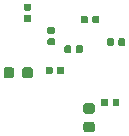
<source format=gbr>
G04 #@! TF.GenerationSoftware,KiCad,Pcbnew,5.0.2-bee76a0~70~ubuntu18.04.1*
G04 #@! TF.CreationDate,2018-12-10T15:17:23+01:00*
G04 #@! TF.ProjectId,sammyultra,73616d6d-7975-46c7-9472-612e6b696361,rev?*
G04 #@! TF.SameCoordinates,Original*
G04 #@! TF.FileFunction,Paste,Bot*
G04 #@! TF.FilePolarity,Positive*
%FSLAX46Y46*%
G04 Gerber Fmt 4.6, Leading zero omitted, Abs format (unit mm)*
G04 Created by KiCad (PCBNEW 5.0.2-bee76a0~70~ubuntu18.04.1) date 2018-12-10T15:17:23 CET*
%MOMM*%
%LPD*%
G01*
G04 APERTURE LIST*
%ADD10C,0.100000*%
%ADD11C,0.590000*%
%ADD12C,0.875000*%
G04 APERTURE END LIST*
D10*
G04 #@! TO.C,C17*
G36*
X99676958Y-97380710D02*
X99691276Y-97382834D01*
X99705317Y-97386351D01*
X99718946Y-97391228D01*
X99732031Y-97397417D01*
X99744447Y-97404858D01*
X99756073Y-97413481D01*
X99766798Y-97423202D01*
X99776519Y-97433927D01*
X99785142Y-97445553D01*
X99792583Y-97457969D01*
X99798772Y-97471054D01*
X99803649Y-97484683D01*
X99807166Y-97498724D01*
X99809290Y-97513042D01*
X99810000Y-97527500D01*
X99810000Y-97872500D01*
X99809290Y-97886958D01*
X99807166Y-97901276D01*
X99803649Y-97915317D01*
X99798772Y-97928946D01*
X99792583Y-97942031D01*
X99785142Y-97954447D01*
X99776519Y-97966073D01*
X99766798Y-97976798D01*
X99756073Y-97986519D01*
X99744447Y-97995142D01*
X99732031Y-98002583D01*
X99718946Y-98008772D01*
X99705317Y-98013649D01*
X99691276Y-98017166D01*
X99676958Y-98019290D01*
X99662500Y-98020000D01*
X99367500Y-98020000D01*
X99353042Y-98019290D01*
X99338724Y-98017166D01*
X99324683Y-98013649D01*
X99311054Y-98008772D01*
X99297969Y-98002583D01*
X99285553Y-97995142D01*
X99273927Y-97986519D01*
X99263202Y-97976798D01*
X99253481Y-97966073D01*
X99244858Y-97954447D01*
X99237417Y-97942031D01*
X99231228Y-97928946D01*
X99226351Y-97915317D01*
X99222834Y-97901276D01*
X99220710Y-97886958D01*
X99220000Y-97872500D01*
X99220000Y-97527500D01*
X99220710Y-97513042D01*
X99222834Y-97498724D01*
X99226351Y-97484683D01*
X99231228Y-97471054D01*
X99237417Y-97457969D01*
X99244858Y-97445553D01*
X99253481Y-97433927D01*
X99263202Y-97423202D01*
X99273927Y-97413481D01*
X99285553Y-97404858D01*
X99297969Y-97397417D01*
X99311054Y-97391228D01*
X99324683Y-97386351D01*
X99338724Y-97382834D01*
X99353042Y-97380710D01*
X99367500Y-97380000D01*
X99662500Y-97380000D01*
X99676958Y-97380710D01*
X99676958Y-97380710D01*
G37*
D11*
X99515000Y-97700000D03*
D10*
G36*
X100646958Y-97380710D02*
X100661276Y-97382834D01*
X100675317Y-97386351D01*
X100688946Y-97391228D01*
X100702031Y-97397417D01*
X100714447Y-97404858D01*
X100726073Y-97413481D01*
X100736798Y-97423202D01*
X100746519Y-97433927D01*
X100755142Y-97445553D01*
X100762583Y-97457969D01*
X100768772Y-97471054D01*
X100773649Y-97484683D01*
X100777166Y-97498724D01*
X100779290Y-97513042D01*
X100780000Y-97527500D01*
X100780000Y-97872500D01*
X100779290Y-97886958D01*
X100777166Y-97901276D01*
X100773649Y-97915317D01*
X100768772Y-97928946D01*
X100762583Y-97942031D01*
X100755142Y-97954447D01*
X100746519Y-97966073D01*
X100736798Y-97976798D01*
X100726073Y-97986519D01*
X100714447Y-97995142D01*
X100702031Y-98002583D01*
X100688946Y-98008772D01*
X100675317Y-98013649D01*
X100661276Y-98017166D01*
X100646958Y-98019290D01*
X100632500Y-98020000D01*
X100337500Y-98020000D01*
X100323042Y-98019290D01*
X100308724Y-98017166D01*
X100294683Y-98013649D01*
X100281054Y-98008772D01*
X100267969Y-98002583D01*
X100255553Y-97995142D01*
X100243927Y-97986519D01*
X100233202Y-97976798D01*
X100223481Y-97966073D01*
X100214858Y-97954447D01*
X100207417Y-97942031D01*
X100201228Y-97928946D01*
X100196351Y-97915317D01*
X100192834Y-97901276D01*
X100190710Y-97886958D01*
X100190000Y-97872500D01*
X100190000Y-97527500D01*
X100190710Y-97513042D01*
X100192834Y-97498724D01*
X100196351Y-97484683D01*
X100201228Y-97471054D01*
X100207417Y-97457969D01*
X100214858Y-97445553D01*
X100223481Y-97433927D01*
X100233202Y-97423202D01*
X100243927Y-97413481D01*
X100255553Y-97404858D01*
X100267969Y-97397417D01*
X100281054Y-97391228D01*
X100294683Y-97386351D01*
X100308724Y-97382834D01*
X100323042Y-97380710D01*
X100337500Y-97380000D01*
X100632500Y-97380000D01*
X100646958Y-97380710D01*
X100646958Y-97380710D01*
G37*
D11*
X100485000Y-97700000D03*
G04 #@! TD*
D10*
G04 #@! TO.C,C10*
G36*
X100176958Y-92280710D02*
X100191276Y-92282834D01*
X100205317Y-92286351D01*
X100218946Y-92291228D01*
X100232031Y-92297417D01*
X100244447Y-92304858D01*
X100256073Y-92313481D01*
X100266798Y-92323202D01*
X100276519Y-92333927D01*
X100285142Y-92345553D01*
X100292583Y-92357969D01*
X100298772Y-92371054D01*
X100303649Y-92384683D01*
X100307166Y-92398724D01*
X100309290Y-92413042D01*
X100310000Y-92427500D01*
X100310000Y-92772500D01*
X100309290Y-92786958D01*
X100307166Y-92801276D01*
X100303649Y-92815317D01*
X100298772Y-92828946D01*
X100292583Y-92842031D01*
X100285142Y-92854447D01*
X100276519Y-92866073D01*
X100266798Y-92876798D01*
X100256073Y-92886519D01*
X100244447Y-92895142D01*
X100232031Y-92902583D01*
X100218946Y-92908772D01*
X100205317Y-92913649D01*
X100191276Y-92917166D01*
X100176958Y-92919290D01*
X100162500Y-92920000D01*
X99867500Y-92920000D01*
X99853042Y-92919290D01*
X99838724Y-92917166D01*
X99824683Y-92913649D01*
X99811054Y-92908772D01*
X99797969Y-92902583D01*
X99785553Y-92895142D01*
X99773927Y-92886519D01*
X99763202Y-92876798D01*
X99753481Y-92866073D01*
X99744858Y-92854447D01*
X99737417Y-92842031D01*
X99731228Y-92828946D01*
X99726351Y-92815317D01*
X99722834Y-92801276D01*
X99720710Y-92786958D01*
X99720000Y-92772500D01*
X99720000Y-92427500D01*
X99720710Y-92413042D01*
X99722834Y-92398724D01*
X99726351Y-92384683D01*
X99731228Y-92371054D01*
X99737417Y-92357969D01*
X99744858Y-92345553D01*
X99753481Y-92333927D01*
X99763202Y-92323202D01*
X99773927Y-92313481D01*
X99785553Y-92304858D01*
X99797969Y-92297417D01*
X99811054Y-92291228D01*
X99824683Y-92286351D01*
X99838724Y-92282834D01*
X99853042Y-92280710D01*
X99867500Y-92280000D01*
X100162500Y-92280000D01*
X100176958Y-92280710D01*
X100176958Y-92280710D01*
G37*
D11*
X100015000Y-92600000D03*
D10*
G36*
X101146958Y-92280710D02*
X101161276Y-92282834D01*
X101175317Y-92286351D01*
X101188946Y-92291228D01*
X101202031Y-92297417D01*
X101214447Y-92304858D01*
X101226073Y-92313481D01*
X101236798Y-92323202D01*
X101246519Y-92333927D01*
X101255142Y-92345553D01*
X101262583Y-92357969D01*
X101268772Y-92371054D01*
X101273649Y-92384683D01*
X101277166Y-92398724D01*
X101279290Y-92413042D01*
X101280000Y-92427500D01*
X101280000Y-92772500D01*
X101279290Y-92786958D01*
X101277166Y-92801276D01*
X101273649Y-92815317D01*
X101268772Y-92828946D01*
X101262583Y-92842031D01*
X101255142Y-92854447D01*
X101246519Y-92866073D01*
X101236798Y-92876798D01*
X101226073Y-92886519D01*
X101214447Y-92895142D01*
X101202031Y-92902583D01*
X101188946Y-92908772D01*
X101175317Y-92913649D01*
X101161276Y-92917166D01*
X101146958Y-92919290D01*
X101132500Y-92920000D01*
X100837500Y-92920000D01*
X100823042Y-92919290D01*
X100808724Y-92917166D01*
X100794683Y-92913649D01*
X100781054Y-92908772D01*
X100767969Y-92902583D01*
X100755553Y-92895142D01*
X100743927Y-92886519D01*
X100733202Y-92876798D01*
X100723481Y-92866073D01*
X100714858Y-92854447D01*
X100707417Y-92842031D01*
X100701228Y-92828946D01*
X100696351Y-92815317D01*
X100692834Y-92801276D01*
X100690710Y-92786958D01*
X100690000Y-92772500D01*
X100690000Y-92427500D01*
X100690710Y-92413042D01*
X100692834Y-92398724D01*
X100696351Y-92384683D01*
X100701228Y-92371054D01*
X100707417Y-92357969D01*
X100714858Y-92345553D01*
X100723481Y-92333927D01*
X100733202Y-92323202D01*
X100743927Y-92313481D01*
X100755553Y-92304858D01*
X100767969Y-92297417D01*
X100781054Y-92291228D01*
X100794683Y-92286351D01*
X100808724Y-92282834D01*
X100823042Y-92280710D01*
X100837500Y-92280000D01*
X101132500Y-92280000D01*
X101146958Y-92280710D01*
X101146958Y-92280710D01*
G37*
D11*
X100985000Y-92600000D03*
G04 #@! TD*
D10*
G04 #@! TO.C,C6*
G36*
X98946958Y-90380710D02*
X98961276Y-90382834D01*
X98975317Y-90386351D01*
X98988946Y-90391228D01*
X99002031Y-90397417D01*
X99014447Y-90404858D01*
X99026073Y-90413481D01*
X99036798Y-90423202D01*
X99046519Y-90433927D01*
X99055142Y-90445553D01*
X99062583Y-90457969D01*
X99068772Y-90471054D01*
X99073649Y-90484683D01*
X99077166Y-90498724D01*
X99079290Y-90513042D01*
X99080000Y-90527500D01*
X99080000Y-90872500D01*
X99079290Y-90886958D01*
X99077166Y-90901276D01*
X99073649Y-90915317D01*
X99068772Y-90928946D01*
X99062583Y-90942031D01*
X99055142Y-90954447D01*
X99046519Y-90966073D01*
X99036798Y-90976798D01*
X99026073Y-90986519D01*
X99014447Y-90995142D01*
X99002031Y-91002583D01*
X98988946Y-91008772D01*
X98975317Y-91013649D01*
X98961276Y-91017166D01*
X98946958Y-91019290D01*
X98932500Y-91020000D01*
X98637500Y-91020000D01*
X98623042Y-91019290D01*
X98608724Y-91017166D01*
X98594683Y-91013649D01*
X98581054Y-91008772D01*
X98567969Y-91002583D01*
X98555553Y-90995142D01*
X98543927Y-90986519D01*
X98533202Y-90976798D01*
X98523481Y-90966073D01*
X98514858Y-90954447D01*
X98507417Y-90942031D01*
X98501228Y-90928946D01*
X98496351Y-90915317D01*
X98492834Y-90901276D01*
X98490710Y-90886958D01*
X98490000Y-90872500D01*
X98490000Y-90527500D01*
X98490710Y-90513042D01*
X98492834Y-90498724D01*
X98496351Y-90484683D01*
X98501228Y-90471054D01*
X98507417Y-90457969D01*
X98514858Y-90445553D01*
X98523481Y-90433927D01*
X98533202Y-90423202D01*
X98543927Y-90413481D01*
X98555553Y-90404858D01*
X98567969Y-90397417D01*
X98581054Y-90391228D01*
X98594683Y-90386351D01*
X98608724Y-90382834D01*
X98623042Y-90380710D01*
X98637500Y-90380000D01*
X98932500Y-90380000D01*
X98946958Y-90380710D01*
X98946958Y-90380710D01*
G37*
D11*
X98785000Y-90700000D03*
D10*
G36*
X97976958Y-90380710D02*
X97991276Y-90382834D01*
X98005317Y-90386351D01*
X98018946Y-90391228D01*
X98032031Y-90397417D01*
X98044447Y-90404858D01*
X98056073Y-90413481D01*
X98066798Y-90423202D01*
X98076519Y-90433927D01*
X98085142Y-90445553D01*
X98092583Y-90457969D01*
X98098772Y-90471054D01*
X98103649Y-90484683D01*
X98107166Y-90498724D01*
X98109290Y-90513042D01*
X98110000Y-90527500D01*
X98110000Y-90872500D01*
X98109290Y-90886958D01*
X98107166Y-90901276D01*
X98103649Y-90915317D01*
X98098772Y-90928946D01*
X98092583Y-90942031D01*
X98085142Y-90954447D01*
X98076519Y-90966073D01*
X98066798Y-90976798D01*
X98056073Y-90986519D01*
X98044447Y-90995142D01*
X98032031Y-91002583D01*
X98018946Y-91008772D01*
X98005317Y-91013649D01*
X97991276Y-91017166D01*
X97976958Y-91019290D01*
X97962500Y-91020000D01*
X97667500Y-91020000D01*
X97653042Y-91019290D01*
X97638724Y-91017166D01*
X97624683Y-91013649D01*
X97611054Y-91008772D01*
X97597969Y-91002583D01*
X97585553Y-90995142D01*
X97573927Y-90986519D01*
X97563202Y-90976798D01*
X97553481Y-90966073D01*
X97544858Y-90954447D01*
X97537417Y-90942031D01*
X97531228Y-90928946D01*
X97526351Y-90915317D01*
X97522834Y-90901276D01*
X97520710Y-90886958D01*
X97520000Y-90872500D01*
X97520000Y-90527500D01*
X97520710Y-90513042D01*
X97522834Y-90498724D01*
X97526351Y-90484683D01*
X97531228Y-90471054D01*
X97537417Y-90457969D01*
X97544858Y-90445553D01*
X97553481Y-90433927D01*
X97563202Y-90423202D01*
X97573927Y-90413481D01*
X97585553Y-90404858D01*
X97597969Y-90397417D01*
X97611054Y-90391228D01*
X97624683Y-90386351D01*
X97638724Y-90382834D01*
X97653042Y-90380710D01*
X97667500Y-90380000D01*
X97962500Y-90380000D01*
X97976958Y-90380710D01*
X97976958Y-90380710D01*
G37*
D11*
X97815000Y-90700000D03*
G04 #@! TD*
D10*
G04 #@! TO.C,C5*
G36*
X95186958Y-92290710D02*
X95201276Y-92292834D01*
X95215317Y-92296351D01*
X95228946Y-92301228D01*
X95242031Y-92307417D01*
X95254447Y-92314858D01*
X95266073Y-92323481D01*
X95276798Y-92333202D01*
X95286519Y-92343927D01*
X95295142Y-92355553D01*
X95302583Y-92367969D01*
X95308772Y-92381054D01*
X95313649Y-92394683D01*
X95317166Y-92408724D01*
X95319290Y-92423042D01*
X95320000Y-92437500D01*
X95320000Y-92732500D01*
X95319290Y-92746958D01*
X95317166Y-92761276D01*
X95313649Y-92775317D01*
X95308772Y-92788946D01*
X95302583Y-92802031D01*
X95295142Y-92814447D01*
X95286519Y-92826073D01*
X95276798Y-92836798D01*
X95266073Y-92846519D01*
X95254447Y-92855142D01*
X95242031Y-92862583D01*
X95228946Y-92868772D01*
X95215317Y-92873649D01*
X95201276Y-92877166D01*
X95186958Y-92879290D01*
X95172500Y-92880000D01*
X94827500Y-92880000D01*
X94813042Y-92879290D01*
X94798724Y-92877166D01*
X94784683Y-92873649D01*
X94771054Y-92868772D01*
X94757969Y-92862583D01*
X94745553Y-92855142D01*
X94733927Y-92846519D01*
X94723202Y-92836798D01*
X94713481Y-92826073D01*
X94704858Y-92814447D01*
X94697417Y-92802031D01*
X94691228Y-92788946D01*
X94686351Y-92775317D01*
X94682834Y-92761276D01*
X94680710Y-92746958D01*
X94680000Y-92732500D01*
X94680000Y-92437500D01*
X94680710Y-92423042D01*
X94682834Y-92408724D01*
X94686351Y-92394683D01*
X94691228Y-92381054D01*
X94697417Y-92367969D01*
X94704858Y-92355553D01*
X94713481Y-92343927D01*
X94723202Y-92333202D01*
X94733927Y-92323481D01*
X94745553Y-92314858D01*
X94757969Y-92307417D01*
X94771054Y-92301228D01*
X94784683Y-92296351D01*
X94798724Y-92292834D01*
X94813042Y-92290710D01*
X94827500Y-92290000D01*
X95172500Y-92290000D01*
X95186958Y-92290710D01*
X95186958Y-92290710D01*
G37*
D11*
X95000000Y-92585000D03*
D10*
G36*
X95186958Y-91320710D02*
X95201276Y-91322834D01*
X95215317Y-91326351D01*
X95228946Y-91331228D01*
X95242031Y-91337417D01*
X95254447Y-91344858D01*
X95266073Y-91353481D01*
X95276798Y-91363202D01*
X95286519Y-91373927D01*
X95295142Y-91385553D01*
X95302583Y-91397969D01*
X95308772Y-91411054D01*
X95313649Y-91424683D01*
X95317166Y-91438724D01*
X95319290Y-91453042D01*
X95320000Y-91467500D01*
X95320000Y-91762500D01*
X95319290Y-91776958D01*
X95317166Y-91791276D01*
X95313649Y-91805317D01*
X95308772Y-91818946D01*
X95302583Y-91832031D01*
X95295142Y-91844447D01*
X95286519Y-91856073D01*
X95276798Y-91866798D01*
X95266073Y-91876519D01*
X95254447Y-91885142D01*
X95242031Y-91892583D01*
X95228946Y-91898772D01*
X95215317Y-91903649D01*
X95201276Y-91907166D01*
X95186958Y-91909290D01*
X95172500Y-91910000D01*
X94827500Y-91910000D01*
X94813042Y-91909290D01*
X94798724Y-91907166D01*
X94784683Y-91903649D01*
X94771054Y-91898772D01*
X94757969Y-91892583D01*
X94745553Y-91885142D01*
X94733927Y-91876519D01*
X94723202Y-91866798D01*
X94713481Y-91856073D01*
X94704858Y-91844447D01*
X94697417Y-91832031D01*
X94691228Y-91818946D01*
X94686351Y-91805317D01*
X94682834Y-91791276D01*
X94680710Y-91776958D01*
X94680000Y-91762500D01*
X94680000Y-91467500D01*
X94680710Y-91453042D01*
X94682834Y-91438724D01*
X94686351Y-91424683D01*
X94691228Y-91411054D01*
X94697417Y-91397969D01*
X94704858Y-91385553D01*
X94713481Y-91373927D01*
X94723202Y-91363202D01*
X94733927Y-91353481D01*
X94745553Y-91344858D01*
X94757969Y-91337417D01*
X94771054Y-91331228D01*
X94784683Y-91326351D01*
X94798724Y-91322834D01*
X94813042Y-91320710D01*
X94827500Y-91320000D01*
X95172500Y-91320000D01*
X95186958Y-91320710D01*
X95186958Y-91320710D01*
G37*
D11*
X95000000Y-91615000D03*
G04 #@! TD*
D10*
G04 #@! TO.C,C4*
G36*
X93186958Y-89335710D02*
X93201276Y-89337834D01*
X93215317Y-89341351D01*
X93228946Y-89346228D01*
X93242031Y-89352417D01*
X93254447Y-89359858D01*
X93266073Y-89368481D01*
X93276798Y-89378202D01*
X93286519Y-89388927D01*
X93295142Y-89400553D01*
X93302583Y-89412969D01*
X93308772Y-89426054D01*
X93313649Y-89439683D01*
X93317166Y-89453724D01*
X93319290Y-89468042D01*
X93320000Y-89482500D01*
X93320000Y-89777500D01*
X93319290Y-89791958D01*
X93317166Y-89806276D01*
X93313649Y-89820317D01*
X93308772Y-89833946D01*
X93302583Y-89847031D01*
X93295142Y-89859447D01*
X93286519Y-89871073D01*
X93276798Y-89881798D01*
X93266073Y-89891519D01*
X93254447Y-89900142D01*
X93242031Y-89907583D01*
X93228946Y-89913772D01*
X93215317Y-89918649D01*
X93201276Y-89922166D01*
X93186958Y-89924290D01*
X93172500Y-89925000D01*
X92827500Y-89925000D01*
X92813042Y-89924290D01*
X92798724Y-89922166D01*
X92784683Y-89918649D01*
X92771054Y-89913772D01*
X92757969Y-89907583D01*
X92745553Y-89900142D01*
X92733927Y-89891519D01*
X92723202Y-89881798D01*
X92713481Y-89871073D01*
X92704858Y-89859447D01*
X92697417Y-89847031D01*
X92691228Y-89833946D01*
X92686351Y-89820317D01*
X92682834Y-89806276D01*
X92680710Y-89791958D01*
X92680000Y-89777500D01*
X92680000Y-89482500D01*
X92680710Y-89468042D01*
X92682834Y-89453724D01*
X92686351Y-89439683D01*
X92691228Y-89426054D01*
X92697417Y-89412969D01*
X92704858Y-89400553D01*
X92713481Y-89388927D01*
X92723202Y-89378202D01*
X92733927Y-89368481D01*
X92745553Y-89359858D01*
X92757969Y-89352417D01*
X92771054Y-89346228D01*
X92784683Y-89341351D01*
X92798724Y-89337834D01*
X92813042Y-89335710D01*
X92827500Y-89335000D01*
X93172500Y-89335000D01*
X93186958Y-89335710D01*
X93186958Y-89335710D01*
G37*
D11*
X93000000Y-89630000D03*
D10*
G36*
X93186958Y-90305710D02*
X93201276Y-90307834D01*
X93215317Y-90311351D01*
X93228946Y-90316228D01*
X93242031Y-90322417D01*
X93254447Y-90329858D01*
X93266073Y-90338481D01*
X93276798Y-90348202D01*
X93286519Y-90358927D01*
X93295142Y-90370553D01*
X93302583Y-90382969D01*
X93308772Y-90396054D01*
X93313649Y-90409683D01*
X93317166Y-90423724D01*
X93319290Y-90438042D01*
X93320000Y-90452500D01*
X93320000Y-90747500D01*
X93319290Y-90761958D01*
X93317166Y-90776276D01*
X93313649Y-90790317D01*
X93308772Y-90803946D01*
X93302583Y-90817031D01*
X93295142Y-90829447D01*
X93286519Y-90841073D01*
X93276798Y-90851798D01*
X93266073Y-90861519D01*
X93254447Y-90870142D01*
X93242031Y-90877583D01*
X93228946Y-90883772D01*
X93215317Y-90888649D01*
X93201276Y-90892166D01*
X93186958Y-90894290D01*
X93172500Y-90895000D01*
X92827500Y-90895000D01*
X92813042Y-90894290D01*
X92798724Y-90892166D01*
X92784683Y-90888649D01*
X92771054Y-90883772D01*
X92757969Y-90877583D01*
X92745553Y-90870142D01*
X92733927Y-90861519D01*
X92723202Y-90851798D01*
X92713481Y-90841073D01*
X92704858Y-90829447D01*
X92697417Y-90817031D01*
X92691228Y-90803946D01*
X92686351Y-90790317D01*
X92682834Y-90776276D01*
X92680710Y-90761958D01*
X92680000Y-90747500D01*
X92680000Y-90452500D01*
X92680710Y-90438042D01*
X92682834Y-90423724D01*
X92686351Y-90409683D01*
X92691228Y-90396054D01*
X92697417Y-90382969D01*
X92704858Y-90370553D01*
X92713481Y-90358927D01*
X92723202Y-90348202D01*
X92733927Y-90338481D01*
X92745553Y-90329858D01*
X92757969Y-90322417D01*
X92771054Y-90316228D01*
X92784683Y-90311351D01*
X92798724Y-90307834D01*
X92813042Y-90305710D01*
X92827500Y-90305000D01*
X93172500Y-90305000D01*
X93186958Y-90305710D01*
X93186958Y-90305710D01*
G37*
D11*
X93000000Y-90600000D03*
G04 #@! TD*
D10*
G04 #@! TO.C,C3*
G36*
X96576958Y-92880710D02*
X96591276Y-92882834D01*
X96605317Y-92886351D01*
X96618946Y-92891228D01*
X96632031Y-92897417D01*
X96644447Y-92904858D01*
X96656073Y-92913481D01*
X96666798Y-92923202D01*
X96676519Y-92933927D01*
X96685142Y-92945553D01*
X96692583Y-92957969D01*
X96698772Y-92971054D01*
X96703649Y-92984683D01*
X96707166Y-92998724D01*
X96709290Y-93013042D01*
X96710000Y-93027500D01*
X96710000Y-93372500D01*
X96709290Y-93386958D01*
X96707166Y-93401276D01*
X96703649Y-93415317D01*
X96698772Y-93428946D01*
X96692583Y-93442031D01*
X96685142Y-93454447D01*
X96676519Y-93466073D01*
X96666798Y-93476798D01*
X96656073Y-93486519D01*
X96644447Y-93495142D01*
X96632031Y-93502583D01*
X96618946Y-93508772D01*
X96605317Y-93513649D01*
X96591276Y-93517166D01*
X96576958Y-93519290D01*
X96562500Y-93520000D01*
X96267500Y-93520000D01*
X96253042Y-93519290D01*
X96238724Y-93517166D01*
X96224683Y-93513649D01*
X96211054Y-93508772D01*
X96197969Y-93502583D01*
X96185553Y-93495142D01*
X96173927Y-93486519D01*
X96163202Y-93476798D01*
X96153481Y-93466073D01*
X96144858Y-93454447D01*
X96137417Y-93442031D01*
X96131228Y-93428946D01*
X96126351Y-93415317D01*
X96122834Y-93401276D01*
X96120710Y-93386958D01*
X96120000Y-93372500D01*
X96120000Y-93027500D01*
X96120710Y-93013042D01*
X96122834Y-92998724D01*
X96126351Y-92984683D01*
X96131228Y-92971054D01*
X96137417Y-92957969D01*
X96144858Y-92945553D01*
X96153481Y-92933927D01*
X96163202Y-92923202D01*
X96173927Y-92913481D01*
X96185553Y-92904858D01*
X96197969Y-92897417D01*
X96211054Y-92891228D01*
X96224683Y-92886351D01*
X96238724Y-92882834D01*
X96253042Y-92880710D01*
X96267500Y-92880000D01*
X96562500Y-92880000D01*
X96576958Y-92880710D01*
X96576958Y-92880710D01*
G37*
D11*
X96415000Y-93200000D03*
D10*
G36*
X97546958Y-92880710D02*
X97561276Y-92882834D01*
X97575317Y-92886351D01*
X97588946Y-92891228D01*
X97602031Y-92897417D01*
X97614447Y-92904858D01*
X97626073Y-92913481D01*
X97636798Y-92923202D01*
X97646519Y-92933927D01*
X97655142Y-92945553D01*
X97662583Y-92957969D01*
X97668772Y-92971054D01*
X97673649Y-92984683D01*
X97677166Y-92998724D01*
X97679290Y-93013042D01*
X97680000Y-93027500D01*
X97680000Y-93372500D01*
X97679290Y-93386958D01*
X97677166Y-93401276D01*
X97673649Y-93415317D01*
X97668772Y-93428946D01*
X97662583Y-93442031D01*
X97655142Y-93454447D01*
X97646519Y-93466073D01*
X97636798Y-93476798D01*
X97626073Y-93486519D01*
X97614447Y-93495142D01*
X97602031Y-93502583D01*
X97588946Y-93508772D01*
X97575317Y-93513649D01*
X97561276Y-93517166D01*
X97546958Y-93519290D01*
X97532500Y-93520000D01*
X97237500Y-93520000D01*
X97223042Y-93519290D01*
X97208724Y-93517166D01*
X97194683Y-93513649D01*
X97181054Y-93508772D01*
X97167969Y-93502583D01*
X97155553Y-93495142D01*
X97143927Y-93486519D01*
X97133202Y-93476798D01*
X97123481Y-93466073D01*
X97114858Y-93454447D01*
X97107417Y-93442031D01*
X97101228Y-93428946D01*
X97096351Y-93415317D01*
X97092834Y-93401276D01*
X97090710Y-93386958D01*
X97090000Y-93372500D01*
X97090000Y-93027500D01*
X97090710Y-93013042D01*
X97092834Y-92998724D01*
X97096351Y-92984683D01*
X97101228Y-92971054D01*
X97107417Y-92957969D01*
X97114858Y-92945553D01*
X97123481Y-92933927D01*
X97133202Y-92923202D01*
X97143927Y-92913481D01*
X97155553Y-92904858D01*
X97167969Y-92897417D01*
X97181054Y-92891228D01*
X97194683Y-92886351D01*
X97208724Y-92882834D01*
X97223042Y-92880710D01*
X97237500Y-92880000D01*
X97532500Y-92880000D01*
X97546958Y-92880710D01*
X97546958Y-92880710D01*
G37*
D11*
X97385000Y-93200000D03*
G04 #@! TD*
D10*
G04 #@! TO.C,C2*
G36*
X94976958Y-94680710D02*
X94991276Y-94682834D01*
X95005317Y-94686351D01*
X95018946Y-94691228D01*
X95032031Y-94697417D01*
X95044447Y-94704858D01*
X95056073Y-94713481D01*
X95066798Y-94723202D01*
X95076519Y-94733927D01*
X95085142Y-94745553D01*
X95092583Y-94757969D01*
X95098772Y-94771054D01*
X95103649Y-94784683D01*
X95107166Y-94798724D01*
X95109290Y-94813042D01*
X95110000Y-94827500D01*
X95110000Y-95172500D01*
X95109290Y-95186958D01*
X95107166Y-95201276D01*
X95103649Y-95215317D01*
X95098772Y-95228946D01*
X95092583Y-95242031D01*
X95085142Y-95254447D01*
X95076519Y-95266073D01*
X95066798Y-95276798D01*
X95056073Y-95286519D01*
X95044447Y-95295142D01*
X95032031Y-95302583D01*
X95018946Y-95308772D01*
X95005317Y-95313649D01*
X94991276Y-95317166D01*
X94976958Y-95319290D01*
X94962500Y-95320000D01*
X94667500Y-95320000D01*
X94653042Y-95319290D01*
X94638724Y-95317166D01*
X94624683Y-95313649D01*
X94611054Y-95308772D01*
X94597969Y-95302583D01*
X94585553Y-95295142D01*
X94573927Y-95286519D01*
X94563202Y-95276798D01*
X94553481Y-95266073D01*
X94544858Y-95254447D01*
X94537417Y-95242031D01*
X94531228Y-95228946D01*
X94526351Y-95215317D01*
X94522834Y-95201276D01*
X94520710Y-95186958D01*
X94520000Y-95172500D01*
X94520000Y-94827500D01*
X94520710Y-94813042D01*
X94522834Y-94798724D01*
X94526351Y-94784683D01*
X94531228Y-94771054D01*
X94537417Y-94757969D01*
X94544858Y-94745553D01*
X94553481Y-94733927D01*
X94563202Y-94723202D01*
X94573927Y-94713481D01*
X94585553Y-94704858D01*
X94597969Y-94697417D01*
X94611054Y-94691228D01*
X94624683Y-94686351D01*
X94638724Y-94682834D01*
X94653042Y-94680710D01*
X94667500Y-94680000D01*
X94962500Y-94680000D01*
X94976958Y-94680710D01*
X94976958Y-94680710D01*
G37*
D11*
X94815000Y-95000000D03*
D10*
G36*
X95946958Y-94680710D02*
X95961276Y-94682834D01*
X95975317Y-94686351D01*
X95988946Y-94691228D01*
X96002031Y-94697417D01*
X96014447Y-94704858D01*
X96026073Y-94713481D01*
X96036798Y-94723202D01*
X96046519Y-94733927D01*
X96055142Y-94745553D01*
X96062583Y-94757969D01*
X96068772Y-94771054D01*
X96073649Y-94784683D01*
X96077166Y-94798724D01*
X96079290Y-94813042D01*
X96080000Y-94827500D01*
X96080000Y-95172500D01*
X96079290Y-95186958D01*
X96077166Y-95201276D01*
X96073649Y-95215317D01*
X96068772Y-95228946D01*
X96062583Y-95242031D01*
X96055142Y-95254447D01*
X96046519Y-95266073D01*
X96036798Y-95276798D01*
X96026073Y-95286519D01*
X96014447Y-95295142D01*
X96002031Y-95302583D01*
X95988946Y-95308772D01*
X95975317Y-95313649D01*
X95961276Y-95317166D01*
X95946958Y-95319290D01*
X95932500Y-95320000D01*
X95637500Y-95320000D01*
X95623042Y-95319290D01*
X95608724Y-95317166D01*
X95594683Y-95313649D01*
X95581054Y-95308772D01*
X95567969Y-95302583D01*
X95555553Y-95295142D01*
X95543927Y-95286519D01*
X95533202Y-95276798D01*
X95523481Y-95266073D01*
X95514858Y-95254447D01*
X95507417Y-95242031D01*
X95501228Y-95228946D01*
X95496351Y-95215317D01*
X95492834Y-95201276D01*
X95490710Y-95186958D01*
X95490000Y-95172500D01*
X95490000Y-94827500D01*
X95490710Y-94813042D01*
X95492834Y-94798724D01*
X95496351Y-94784683D01*
X95501228Y-94771054D01*
X95507417Y-94757969D01*
X95514858Y-94745553D01*
X95523481Y-94733927D01*
X95533202Y-94723202D01*
X95543927Y-94713481D01*
X95555553Y-94704858D01*
X95567969Y-94697417D01*
X95581054Y-94691228D01*
X95594683Y-94686351D01*
X95608724Y-94682834D01*
X95623042Y-94680710D01*
X95637500Y-94680000D01*
X95932500Y-94680000D01*
X95946958Y-94680710D01*
X95946958Y-94680710D01*
G37*
D11*
X95785000Y-95000000D03*
G04 #@! TD*
D10*
G04 #@! TO.C,C12*
G36*
X93227691Y-94726053D02*
X93248926Y-94729203D01*
X93269750Y-94734419D01*
X93289962Y-94741651D01*
X93309368Y-94750830D01*
X93327781Y-94761866D01*
X93345024Y-94774654D01*
X93360930Y-94789070D01*
X93375346Y-94804976D01*
X93388134Y-94822219D01*
X93399170Y-94840632D01*
X93408349Y-94860038D01*
X93415581Y-94880250D01*
X93420797Y-94901074D01*
X93423947Y-94922309D01*
X93425000Y-94943750D01*
X93425000Y-95456250D01*
X93423947Y-95477691D01*
X93420797Y-95498926D01*
X93415581Y-95519750D01*
X93408349Y-95539962D01*
X93399170Y-95559368D01*
X93388134Y-95577781D01*
X93375346Y-95595024D01*
X93360930Y-95610930D01*
X93345024Y-95625346D01*
X93327781Y-95638134D01*
X93309368Y-95649170D01*
X93289962Y-95658349D01*
X93269750Y-95665581D01*
X93248926Y-95670797D01*
X93227691Y-95673947D01*
X93206250Y-95675000D01*
X92768750Y-95675000D01*
X92747309Y-95673947D01*
X92726074Y-95670797D01*
X92705250Y-95665581D01*
X92685038Y-95658349D01*
X92665632Y-95649170D01*
X92647219Y-95638134D01*
X92629976Y-95625346D01*
X92614070Y-95610930D01*
X92599654Y-95595024D01*
X92586866Y-95577781D01*
X92575830Y-95559368D01*
X92566651Y-95539962D01*
X92559419Y-95519750D01*
X92554203Y-95498926D01*
X92551053Y-95477691D01*
X92550000Y-95456250D01*
X92550000Y-94943750D01*
X92551053Y-94922309D01*
X92554203Y-94901074D01*
X92559419Y-94880250D01*
X92566651Y-94860038D01*
X92575830Y-94840632D01*
X92586866Y-94822219D01*
X92599654Y-94804976D01*
X92614070Y-94789070D01*
X92629976Y-94774654D01*
X92647219Y-94761866D01*
X92665632Y-94750830D01*
X92685038Y-94741651D01*
X92705250Y-94734419D01*
X92726074Y-94729203D01*
X92747309Y-94726053D01*
X92768750Y-94725000D01*
X93206250Y-94725000D01*
X93227691Y-94726053D01*
X93227691Y-94726053D01*
G37*
D12*
X92987500Y-95200000D03*
D10*
G36*
X91652691Y-94726053D02*
X91673926Y-94729203D01*
X91694750Y-94734419D01*
X91714962Y-94741651D01*
X91734368Y-94750830D01*
X91752781Y-94761866D01*
X91770024Y-94774654D01*
X91785930Y-94789070D01*
X91800346Y-94804976D01*
X91813134Y-94822219D01*
X91824170Y-94840632D01*
X91833349Y-94860038D01*
X91840581Y-94880250D01*
X91845797Y-94901074D01*
X91848947Y-94922309D01*
X91850000Y-94943750D01*
X91850000Y-95456250D01*
X91848947Y-95477691D01*
X91845797Y-95498926D01*
X91840581Y-95519750D01*
X91833349Y-95539962D01*
X91824170Y-95559368D01*
X91813134Y-95577781D01*
X91800346Y-95595024D01*
X91785930Y-95610930D01*
X91770024Y-95625346D01*
X91752781Y-95638134D01*
X91734368Y-95649170D01*
X91714962Y-95658349D01*
X91694750Y-95665581D01*
X91673926Y-95670797D01*
X91652691Y-95673947D01*
X91631250Y-95675000D01*
X91193750Y-95675000D01*
X91172309Y-95673947D01*
X91151074Y-95670797D01*
X91130250Y-95665581D01*
X91110038Y-95658349D01*
X91090632Y-95649170D01*
X91072219Y-95638134D01*
X91054976Y-95625346D01*
X91039070Y-95610930D01*
X91024654Y-95595024D01*
X91011866Y-95577781D01*
X91000830Y-95559368D01*
X90991651Y-95539962D01*
X90984419Y-95519750D01*
X90979203Y-95498926D01*
X90976053Y-95477691D01*
X90975000Y-95456250D01*
X90975000Y-94943750D01*
X90976053Y-94922309D01*
X90979203Y-94901074D01*
X90984419Y-94880250D01*
X90991651Y-94860038D01*
X91000830Y-94840632D01*
X91011866Y-94822219D01*
X91024654Y-94804976D01*
X91039070Y-94789070D01*
X91054976Y-94774654D01*
X91072219Y-94761866D01*
X91090632Y-94750830D01*
X91110038Y-94741651D01*
X91130250Y-94734419D01*
X91151074Y-94729203D01*
X91172309Y-94726053D01*
X91193750Y-94725000D01*
X91631250Y-94725000D01*
X91652691Y-94726053D01*
X91652691Y-94726053D01*
G37*
D12*
X91412500Y-95200000D03*
G04 #@! TD*
D10*
G04 #@! TO.C,C14*
G36*
X98477691Y-97776053D02*
X98498926Y-97779203D01*
X98519750Y-97784419D01*
X98539962Y-97791651D01*
X98559368Y-97800830D01*
X98577781Y-97811866D01*
X98595024Y-97824654D01*
X98610930Y-97839070D01*
X98625346Y-97854976D01*
X98638134Y-97872219D01*
X98649170Y-97890632D01*
X98658349Y-97910038D01*
X98665581Y-97930250D01*
X98670797Y-97951074D01*
X98673947Y-97972309D01*
X98675000Y-97993750D01*
X98675000Y-98431250D01*
X98673947Y-98452691D01*
X98670797Y-98473926D01*
X98665581Y-98494750D01*
X98658349Y-98514962D01*
X98649170Y-98534368D01*
X98638134Y-98552781D01*
X98625346Y-98570024D01*
X98610930Y-98585930D01*
X98595024Y-98600346D01*
X98577781Y-98613134D01*
X98559368Y-98624170D01*
X98539962Y-98633349D01*
X98519750Y-98640581D01*
X98498926Y-98645797D01*
X98477691Y-98648947D01*
X98456250Y-98650000D01*
X97943750Y-98650000D01*
X97922309Y-98648947D01*
X97901074Y-98645797D01*
X97880250Y-98640581D01*
X97860038Y-98633349D01*
X97840632Y-98624170D01*
X97822219Y-98613134D01*
X97804976Y-98600346D01*
X97789070Y-98585930D01*
X97774654Y-98570024D01*
X97761866Y-98552781D01*
X97750830Y-98534368D01*
X97741651Y-98514962D01*
X97734419Y-98494750D01*
X97729203Y-98473926D01*
X97726053Y-98452691D01*
X97725000Y-98431250D01*
X97725000Y-97993750D01*
X97726053Y-97972309D01*
X97729203Y-97951074D01*
X97734419Y-97930250D01*
X97741651Y-97910038D01*
X97750830Y-97890632D01*
X97761866Y-97872219D01*
X97774654Y-97854976D01*
X97789070Y-97839070D01*
X97804976Y-97824654D01*
X97822219Y-97811866D01*
X97840632Y-97800830D01*
X97860038Y-97791651D01*
X97880250Y-97784419D01*
X97901074Y-97779203D01*
X97922309Y-97776053D01*
X97943750Y-97775000D01*
X98456250Y-97775000D01*
X98477691Y-97776053D01*
X98477691Y-97776053D01*
G37*
D12*
X98200000Y-98212500D03*
D10*
G36*
X98477691Y-99351053D02*
X98498926Y-99354203D01*
X98519750Y-99359419D01*
X98539962Y-99366651D01*
X98559368Y-99375830D01*
X98577781Y-99386866D01*
X98595024Y-99399654D01*
X98610930Y-99414070D01*
X98625346Y-99429976D01*
X98638134Y-99447219D01*
X98649170Y-99465632D01*
X98658349Y-99485038D01*
X98665581Y-99505250D01*
X98670797Y-99526074D01*
X98673947Y-99547309D01*
X98675000Y-99568750D01*
X98675000Y-100006250D01*
X98673947Y-100027691D01*
X98670797Y-100048926D01*
X98665581Y-100069750D01*
X98658349Y-100089962D01*
X98649170Y-100109368D01*
X98638134Y-100127781D01*
X98625346Y-100145024D01*
X98610930Y-100160930D01*
X98595024Y-100175346D01*
X98577781Y-100188134D01*
X98559368Y-100199170D01*
X98539962Y-100208349D01*
X98519750Y-100215581D01*
X98498926Y-100220797D01*
X98477691Y-100223947D01*
X98456250Y-100225000D01*
X97943750Y-100225000D01*
X97922309Y-100223947D01*
X97901074Y-100220797D01*
X97880250Y-100215581D01*
X97860038Y-100208349D01*
X97840632Y-100199170D01*
X97822219Y-100188134D01*
X97804976Y-100175346D01*
X97789070Y-100160930D01*
X97774654Y-100145024D01*
X97761866Y-100127781D01*
X97750830Y-100109368D01*
X97741651Y-100089962D01*
X97734419Y-100069750D01*
X97729203Y-100048926D01*
X97726053Y-100027691D01*
X97725000Y-100006250D01*
X97725000Y-99568750D01*
X97726053Y-99547309D01*
X97729203Y-99526074D01*
X97734419Y-99505250D01*
X97741651Y-99485038D01*
X97750830Y-99465632D01*
X97761866Y-99447219D01*
X97774654Y-99429976D01*
X97789070Y-99414070D01*
X97804976Y-99399654D01*
X97822219Y-99386866D01*
X97840632Y-99375830D01*
X97860038Y-99366651D01*
X97880250Y-99359419D01*
X97901074Y-99354203D01*
X97922309Y-99351053D01*
X97943750Y-99350000D01*
X98456250Y-99350000D01*
X98477691Y-99351053D01*
X98477691Y-99351053D01*
G37*
D12*
X98200000Y-99787500D03*
G04 #@! TD*
M02*

</source>
